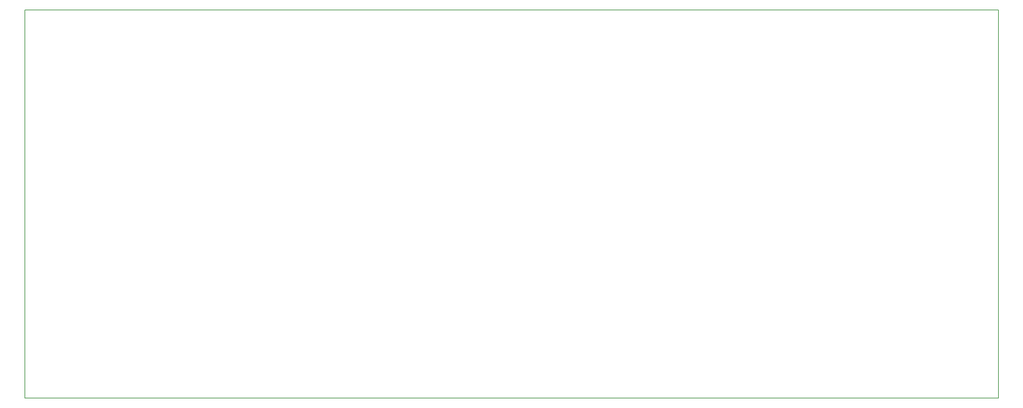
<source format=gm1>
G04 Layer_Color=39372*
%FSLAX44Y44*%
%MOMM*%
G71*
G01*
G75*
%ADD58C,0.2000*%
D58*
X0Y940000D02*
X2485750D01*
X0Y-50000D02*
Y940000D01*
X2485750Y-50000D02*
Y940000D01*
X0Y-50000D02*
X2485750D01*
M02*

</source>
